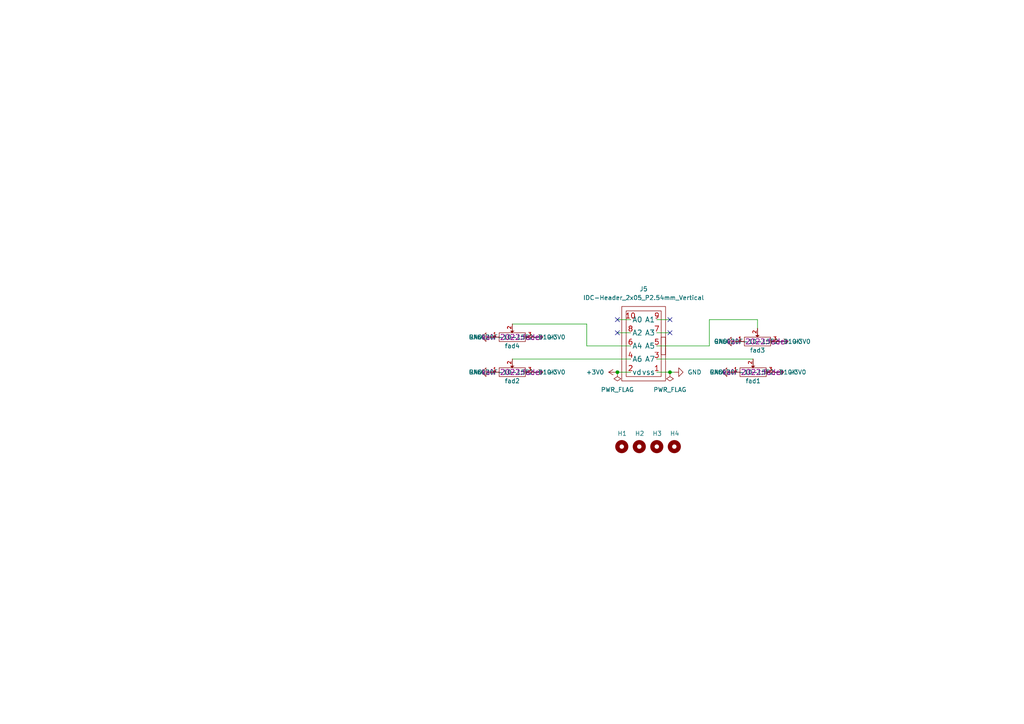
<source format=kicad_sch>
(kicad_sch (version 20230121) (generator eeschema)
  (paper "A4")
  (lib_symbols
    (symbol "Mechanical:MountingHole" (pin_names (offset 1.016))
      (property "Reference" "H" (at 0 5.08 0))
      (property "Value" "MountingHole" (at 0 3.175 0))
      (symbol "MountingHole_0_1"
        (circle (center 0 0) (radius 1.27) (stroke (width 1.27)))
      )
    )
    (symbol "ksir_2023:IDC-Header_2x05_P2.54mm_Vertical"
      (property "Reference" "J*" (at 0 12.7 0))
      (property "Value" "IDC-Header_2x05_P2.54mm_Vertical" (at 0 -11.43 0))
      (symbol "IDC-Header_2x05_P2.54mm_Vertical_0_1"
        (rectangle (start -6.35 -10.16) (end 6.35 11.43))
        (rectangle (start -5.08 -8.89) (end 5.08 10.16))
        (rectangle (start 5.08 -2.54) (end 6.35 2.54))
      )
      (symbol "IDC-Header_2x05_P2.54mm_Vertical_1_1"
        (pin passive line (at 3.81 -7.62 180) (length 0) (name "vss") (number "1"))
        (pin passive line (at -3.81 7.62 0) (length 0) (name "A0") (number "10"))
        (pin passive line (at -3.81 -7.62 0) (length 0) (name "vd") (number "2"))
        (pin passive line (at 3.81 -3.81 180) (length 0) (name "A7") (number "3"))
        (pin passive line (at -3.81 -3.81 0) (length 0) (name "A6") (number "4"))
        (pin passive line (at 3.81 0 180) (length 0) (name "A5") (number "5"))
        (pin passive line (at -3.81 0 0) (length 0) (name "A4") (number "6"))
        (pin passive line (at 3.81 3.81 180) (length 0) (name "A3") (number "7"))
        (pin passive line (at -3.81 3.81 0) (length 0) (name "A2") (number "8"))
        (pin passive line (at 3.81 7.62 180) (length 0) (name "A1") (number "9"))
      )
    )
    (symbol "midibox-rescue:POTA" (pin_names (offset 1.016) hide)
      (property "Reference" "pot" (at 0 -2.54 0))
      (property "Value" "POTA" (at 0 0 0))
      (symbol "POTA_0_1"
        (rectangle (start -3.81 1.27) (end 3.81 -1.27))
        (polyline (pts (xy 0 1.27) (xy -0.508 1.778) (xy 0.508 1.778)) (fill (type outline)))
      )
      (symbol "POTA_1_1"
        (pin passive line (at -6.35 0 0) (length 2.54) (name "vss_masse") (number "1"))
        (pin passive line (at 0 3.81 270) (length 2.032) (name "2") (number "2"))
        (pin passive line (at 6.35 0 180) (length 2.54) (name "vd") (number "3"))
      )
    )
    (symbol "power:+3V0" (power) (pin_names (offset 0))
      (property "Value" "+3V0" (at 0 3.556 0))
      (symbol "+3V0_0_1"
        (polyline (pts (xy -0.762 1.27) (xy 0 2.54)))
        (polyline (pts (xy 0 0) (xy 0 2.54)))
        (polyline (pts (xy 0 2.54) (xy 0.762 1.27)))
      )
      (symbol "+3V0_1_1"
        (pin power_in line (at 0 0 90) (length 0) hide (name "+3V0") (number "1"))
      )
    )
    (symbol "power:GND" (power) (pin_names (offset 0))
      (property "Value" "GND" (at 0 -3.81 0))
      (symbol "GND_0_1"
        (polyline (pts (xy 0 0) (xy 0 -1.27) (xy 1.27 -1.27) (xy 0 -2.54) (xy -1.27 -1.27) (xy 0 -1.27)))
      )
      (symbol "GND_1_1"
        (pin power_in line (at 0 0 270) (length 0) hide (name "GND") (number "1"))
      )
    )
    (symbol "power:PWR_FLAG" (power) (pin_numbers hide) (pin_names (offset 0) hide)
      (property "Value" "PWR_FLAG" (at 0 3.81 0))
      (symbol "PWR_FLAG_0_0"
        (pin power_out line (at 0 0 90) (length 0) (name "pwr") (number "1"))
      )
      (symbol "PWR_FLAG_0_1"
        (polyline (pts (xy 0 0) (xy 0 1.27) (xy -1.016 1.905) (xy 0 2.54) (xy 1.016 1.905) (xy 0 1.27)))
      )
    )
  )
  (junction (at 179.07 107.95))
  (junction (at 194.31 107.95))
  (no_connect (at 194.31 96.52))
  (no_connect (at 194.31 92.71))
  (no_connect (at 179.07 96.52))
  (no_connect (at 179.07 92.71))
  (wire (pts (xy 190.5 92.71) (xy 194.31 92.71)))
  (wire (pts (xy 219.71 92.71) (xy 219.71 95.25)))
  (wire (pts (xy 190.5 104.14) (xy 218.44 104.14)))
  (wire (pts (xy 190.5 96.52) (xy 194.31 96.52)))
  (wire (pts (xy 148.59 93.98) (xy 170.18 93.98)))
  (wire (pts (xy 170.18 100.33) (xy 182.88 100.33)))
  (wire (pts (xy 179.07 107.95) (xy 182.88 107.95)))
  (wire (pts (xy 179.07 92.71) (xy 182.88 92.71)))
  (wire (pts (xy 205.74 92.71) (xy 219.71 92.71)))
  (wire (pts (xy 205.74 100.33) (xy 205.74 92.71)))
  (wire (pts (xy 194.31 107.95) (xy 190.5 107.95)))
  (wire (pts (xy 195.58 107.95) (xy 194.31 107.95)))
  (wire (pts (xy 170.18 93.98) (xy 170.18 100.33)))
  (wire (pts (xy 190.5 100.33) (xy 205.74 100.33)))
  (wire (pts (xy 179.07 96.52) (xy 182.88 96.52)))
  (wire (pts (xy 148.59 104.14) (xy 182.88 104.14)))
  (symbol (lib_id "power:+3V0") (at 224.79 107.95 270) (unit 1)
    (property "Reference" "#PWR0110" (effects hide))
    (property "Value" "+3V0" (at 228.6 107.9499 90) (effects (justify left)))
  )
  (symbol (lib_id "Mechanical:MountingHole") (at 185.42 129.54 0) (unit 1)
    (property "Reference" "H2" (at 184.15 125.73 0) (effects (justify left)))
    (property "Value" "MountingHole" (effects hide))
    (property "Footprint" "MountingHole:MountingHole_3.2mm_M3" (effects hide))
  )
  (symbol (lib_id "Mechanical:MountingHole") (at 190.5 129.54 0) (unit 1)
    (property "Reference" "H3" (at 189.23 125.73 0) (effects (justify left)))
    (property "Value" "MountingHole" (effects hide))
    (property "Footprint" "MountingHole:MountingHole_3.2mm_M3" (effects hide))
  )
  (symbol (lib_id "power:GND") (at 142.24 97.79 270) (unit 1)
    (property "Reference" "#PWR0105" (effects hide))
    (property "Value" "GND" (at 135.89 97.79 90) (effects (justify left)))
  )
  (symbol (lib_id "power:PWR_FLAG") (at 179.07 107.95 180) (unit 1)
    (property "Reference" "#FLG02" (effects hide))
    (property "Value" "PWR_FLAG" (at 179.07 113.03 0))
  )
  (symbol (lib_id "power:+3V0") (at 154.94 97.79 270) (unit 1)
    (property "Reference" "#PWR0106" (effects hide))
    (property "Value" "+3V0" (at 158.75 97.7899 90) (effects (justify left)))
  )
  (symbol (lib_id "midibox-rescue:POTA") (at 148.59 107.95 0) (unit 1)
    (property "Reference" "fad2" (at 148.59 110.49 0))
    (property "Value" "RA6020F-10-15F2-B10K" (at 148.59 107.95 0))
    (property "Footprint" "ksir 2022:fader" (at 148.59 107.95 0) (effects (font (size 1.524 1.524))))
    (property "Datasheet" "~" (at 148.59 107.95 0) (effects (font (size 1.524 1.524))))
  )
  (symbol (lib_id "power:GND") (at 213.36 99.06 270) (unit 1)
    (property "Reference" "#PWR0109" (effects hide))
    (property "Value" "GND" (at 207.01 99.06 90) (effects (justify left)))
  )
  (symbol (lib_id "power:PWR_FLAG") (at 194.31 107.95 180) (unit 1)
    (property "Reference" "#FLG01" (effects hide))
    (property "Value" "PWR_FLAG" (at 194.31 113.03 0))
  )
  (symbol (lib_id "power:GND") (at 212.09 107.95 270) (unit 1)
    (property "Reference" "#PWR0102" (effects hide))
    (property "Value" "GND" (at 205.74 107.95 90) (effects (justify left)))
  )
  (symbol (lib_id "power:GND") (at 142.24 107.95 270) (unit 1)
    (property "Reference" "#PWR0108" (effects hide))
    (property "Value" "GND" (at 135.89 107.95 90) (effects (justify left)))
  )
  (symbol (lib_id "power:+3V0") (at 226.06 99.06 270) (unit 1)
    (property "Reference" "#PWR0101" (effects hide))
    (property "Value" "+3V0" (at 229.87 99.0599 90) (effects (justify left)))
  )
  (symbol (lib_id "midibox-rescue:POTA") (at 218.44 107.95 0) (unit 1)
    (property "Reference" "fad1" (at 218.44 110.49 0))
    (property "Value" "RA6020F-10-15F2-B10K" (at 218.44 107.95 0))
    (property "Footprint" "ksir 2022:fader" (at 218.44 107.95 0) (effects (font (size 1.524 1.524))))
    (property "Datasheet" "~" (at 218.44 107.95 0) (effects (font (size 1.524 1.524))))
  )
  (symbol (lib_id "Mechanical:MountingHole") (at 180.34 129.54 0) (unit 1)
    (property "Reference" "H1" (at 179.07 125.73 0) (effects (justify left)))
    (property "Value" "MountingHole" (effects hide))
    (property "Footprint" "MountingHole:MountingHole_3.2mm_M3" (effects hide))
  )
  (symbol (lib_id "power:+3V0") (at 179.07 107.95 90) (unit 1)
    (property "Reference" "#PWR0104" (effects hide))
    (property "Value" "+3V0" (at 175.26 107.9499 90) (effects (justify left)))
  )
  (symbol (lib_id "ksir_2023:IDC-Header_2x05_P2.54mm_Vertical") (at 186.69 100.33 0) (unit 1)
    (property "Reference" "J5" (at 186.69 83.82 0))
    (property "Value" "IDC-Header_2x05_P2.54mm_Vertical" (at 186.69 86.36 0))
    (property "Footprint" "Connector_IDC:IDC-Header_2x05_P2.54mm_Vertical" (effects hide))
  )
  (symbol (lib_id "midibox-rescue:POTA") (at 219.71 99.06 0) (unit 1)
    (property "Reference" "fad3" (at 219.71 101.6 0))
    (property "Value" "RA6020F-10-15F2-B10K" (at 219.71 99.06 0))
    (property "Footprint" "ksir 2022:fader" (at 219.71 99.06 0) (effects (font (size 1.524 1.524))))
    (property "Datasheet" "~" (at 219.71 99.06 0) (effects (font (size 1.524 1.524))))
  )
  (symbol (lib_id "power:+3V0") (at 154.94 107.95 270) (unit 1)
    (property "Reference" "#PWR0107" (effects hide))
    (property "Value" "+3V0" (at 158.75 107.9499 90) (effects (justify left)))
  )
  (symbol (lib_id "Mechanical:MountingHole") (at 195.58 129.54 0) (unit 1)
    (property "Reference" "H4" (at 194.31 125.73 0) (effects (justify left)))
    (property "Value" "MountingHole" (effects hide))
    (property "Footprint" "MountingHole:MountingHole_3.2mm_M3" (effects hide))
  )
  (symbol (lib_id "midibox-rescue:POTA") (at 148.59 97.79 0) (unit 1)
    (property "Reference" "fad4" (at 148.59 100.33 0))
    (property "Value" "RA6020F-10-15F2-B10K" (at 148.59 97.79 0))
    (property "Footprint" "ksir 2022:fader" (at 148.59 97.79 0) (effects (font (size 1.524 1.524))))
    (property "Datasheet" "~" (at 148.59 97.79 0) (effects (font (size 1.524 1.524))))
  )
  (symbol (lib_id "power:GND") (at 195.58 107.95 90) (unit 1)
    (property "Reference" "#PWR0103" (effects hide))
    (property "Value" "GND" (at 199.39 107.9499 90) (effects (justify right)))
  )
)
</source>
